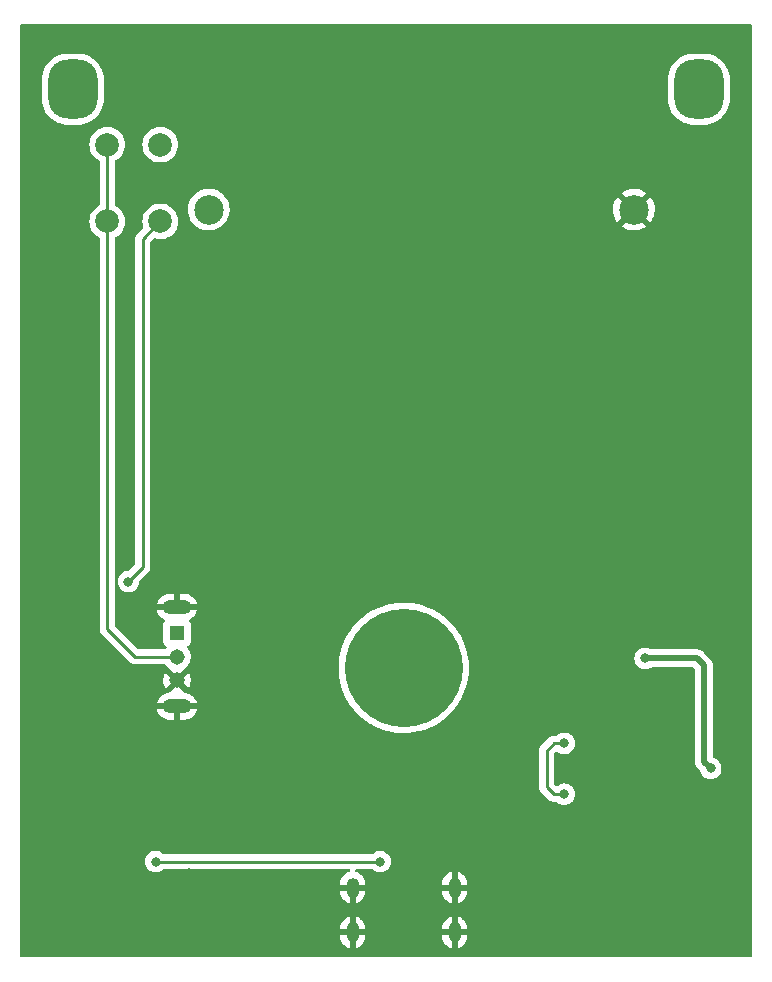
<source format=gbr>
%TF.GenerationSoftware,KiCad,Pcbnew,(6.0.7)*%
%TF.CreationDate,2023-03-26T23:22:16+08:00*%
%TF.ProjectId,sx70battery,73783730-6261-4747-9465-72792e6b6963,rev?*%
%TF.SameCoordinates,Original*%
%TF.FileFunction,Copper,L2,Bot*%
%TF.FilePolarity,Positive*%
%FSLAX46Y46*%
G04 Gerber Fmt 4.6, Leading zero omitted, Abs format (unit mm)*
G04 Created by KiCad (PCBNEW (6.0.7)) date 2023-03-26 23:22:16*
%MOMM*%
%LPD*%
G01*
G04 APERTURE LIST*
G04 Aperture macros list*
%AMRoundRect*
0 Rectangle with rounded corners*
0 $1 Rounding radius*
0 $2 $3 $4 $5 $6 $7 $8 $9 X,Y pos of 4 corners*
0 Add a 4 corners polygon primitive as box body*
4,1,4,$2,$3,$4,$5,$6,$7,$8,$9,$2,$3,0*
0 Add four circle primitives for the rounded corners*
1,1,$1+$1,$2,$3*
1,1,$1+$1,$4,$5*
1,1,$1+$1,$6,$7*
1,1,$1+$1,$8,$9*
0 Add four rect primitives between the rounded corners*
20,1,$1+$1,$2,$3,$4,$5,0*
20,1,$1+$1,$4,$5,$6,$7,0*
20,1,$1+$1,$6,$7,$8,$9,0*
20,1,$1+$1,$8,$9,$2,$3,0*%
G04 Aperture macros list end*
%TA.AperFunction,ComponentPad*%
%ADD10C,2.000000*%
%TD*%
%TA.AperFunction,ComponentPad*%
%ADD11O,1.100000X1.700000*%
%TD*%
%TA.AperFunction,ComponentPad*%
%ADD12RoundRect,1.680000X-0.420000X-0.820000X0.420000X-0.820000X0.420000X0.820000X-0.420000X0.820000X0*%
%TD*%
%TA.AperFunction,ComponentPad*%
%ADD13C,2.500000*%
%TD*%
%TA.AperFunction,ComponentPad*%
%ADD14R,1.308000X1.308000*%
%TD*%
%TA.AperFunction,ComponentPad*%
%ADD15C,1.308000*%
%TD*%
%TA.AperFunction,ComponentPad*%
%ADD16O,2.460000X1.230000*%
%TD*%
%TA.AperFunction,ComponentPad*%
%ADD17C,10.000000*%
%TD*%
%TA.AperFunction,ViaPad*%
%ADD18C,0.800000*%
%TD*%
%TA.AperFunction,Conductor*%
%ADD19C,0.250000*%
%TD*%
%TA.AperFunction,Conductor*%
%ADD20C,0.500000*%
%TD*%
G04 APERTURE END LIST*
D10*
%TO.P,SW1,1,1*%
%TO.N,/BAT+*%
X124900000Y-62200000D03*
X124900000Y-55700000D03*
%TO.P,SW1,2,2*%
%TO.N,Net-(C7-Pad1)*%
X129400000Y-62200000D03*
X129400000Y-55700000D03*
%TD*%
D11*
%TO.P,USB1,1,CASE*%
%TO.N,GND*%
X145680000Y-122400000D03*
X154320000Y-122400000D03*
X145680000Y-118600000D03*
X154320000Y-118600000D03*
%TD*%
D12*
%TO.P,Bolt2,1,BOLT*%
%TO.N,unconnected-(Bolt2-Pad1)*%
X175000000Y-51000000D03*
%TD*%
D13*
%TO.P,Sx70_Pogopin1,1,V+*%
%TO.N,+6V*%
X133500000Y-61200000D03*
%TO.P,Sx70_Pogopin1,2,V-*%
%TO.N,GND*%
X169500000Y-61200000D03*
%TD*%
D14*
%TO.P,S1,1*%
%TO.N,Net-(BAT+1-Pad1)*%
X130810000Y-97060000D03*
D15*
%TO.P,S1,2*%
%TO.N,/BAT+*%
X130810000Y-99060000D03*
%TO.P,S1,3*%
%TO.N,GND*%
X130810000Y-101060000D03*
D16*
%TO.P,S1,S1,SHIELD*%
X130810000Y-94860000D03*
%TO.P,S1,S2,SHIELD*%
X130810000Y-103260000D03*
%TD*%
D17*
%TO.P,Hole1,1,Hol*%
%TO.N,unconnected-(Hole1-Pad1)*%
X150000000Y-100000000D03*
%TD*%
D12*
%TO.P,Bolt1,1,BOLT*%
%TO.N,unconnected-(Bolt1-Pad1)*%
X122000000Y-51000000D03*
%TD*%
D18*
%TO.N,+5V*%
X148000000Y-116400000D03*
X129000000Y-116400000D03*
%TO.N,GND*%
X137160000Y-111125000D03*
X125600000Y-109200000D03*
X131800000Y-117400000D03*
X125300000Y-98950000D03*
X122850000Y-98950000D03*
X165300000Y-104800000D03*
X165300000Y-105700000D03*
X165300000Y-106600000D03*
X165300000Y-110300000D03*
X146900000Y-120600000D03*
X125600000Y-111800000D03*
X153100000Y-120500000D03*
X165300000Y-107600000D03*
X165300000Y-108500000D03*
X131400000Y-107100000D03*
X160600000Y-95350000D03*
%TO.N,Net-(R_OC1-Pad1)*%
X163600000Y-106400000D03*
X163600000Y-110700000D03*
%TO.N,+6V*%
X170450000Y-99200000D03*
X176000000Y-108500000D03*
%TO.N,Net-(C7-Pad1)*%
X126700000Y-92700000D03*
%TD*%
D19*
%TO.N,+5V*%
X129000000Y-116400000D02*
X148000000Y-116400000D01*
%TO.N,/BAT+*%
X127260000Y-99060000D02*
X130810000Y-99060000D01*
X124900000Y-96700000D02*
X127260000Y-99060000D01*
X124900000Y-62200000D02*
X124900000Y-96700000D01*
X124900000Y-55700000D02*
X124900000Y-62200000D01*
%TO.N,Net-(R_OC1-Pad1)*%
X162100000Y-107000000D02*
X162700000Y-106400000D01*
X162100000Y-110100000D02*
X162100000Y-107000000D01*
X162700000Y-110700000D02*
X162100000Y-110100000D01*
X162700000Y-106400000D02*
X163600000Y-106400000D01*
X163600000Y-110700000D02*
X162700000Y-110700000D01*
D20*
%TO.N,+6V*%
X175450000Y-103950000D02*
X175450000Y-107900000D01*
X170450000Y-99200000D02*
X174850000Y-99200000D01*
X175450000Y-107900000D02*
X175450000Y-107950000D01*
X174850000Y-99200000D02*
X175450000Y-99800000D01*
X175450000Y-107950000D02*
X176000000Y-108500000D01*
X175450000Y-99800000D02*
X175450000Y-103950000D01*
D19*
%TO.N,Net-(C7-Pad1)*%
X127900000Y-63700000D02*
X129400000Y-62200000D01*
X126700000Y-92700000D02*
X127900000Y-91500000D01*
X127900000Y-91500000D02*
X127900000Y-63700000D01*
%TD*%
%TA.AperFunction,Conductor*%
%TO.N,GND*%
G36*
X179433621Y-45528502D02*
G01*
X179480114Y-45582158D01*
X179491500Y-45634500D01*
X179491500Y-124365500D01*
X179471498Y-124433621D01*
X179417842Y-124480114D01*
X179365500Y-124491500D01*
X117634500Y-124491500D01*
X117566379Y-124471498D01*
X117519886Y-124417842D01*
X117508500Y-124365500D01*
X117508500Y-122749124D01*
X144622000Y-122749124D01*
X144622301Y-122755272D01*
X144636527Y-122900361D01*
X144638910Y-122912396D01*
X144695317Y-123099223D01*
X144699992Y-123110565D01*
X144791612Y-123282879D01*
X144798399Y-123293095D01*
X144921747Y-123444335D01*
X144930391Y-123453039D01*
X145080763Y-123577438D01*
X145090931Y-123584297D01*
X145262607Y-123677121D01*
X145273907Y-123681871D01*
X145408693Y-123723595D01*
X145422795Y-123723801D01*
X145426000Y-123717045D01*
X145426000Y-123710047D01*
X145934000Y-123710047D01*
X145937973Y-123723578D01*
X145945768Y-123724698D01*
X146072342Y-123687446D01*
X146083710Y-123682853D01*
X146256666Y-123592434D01*
X146266928Y-123585718D01*
X146419020Y-123463432D01*
X146427786Y-123454848D01*
X146553236Y-123305344D01*
X146560160Y-123295233D01*
X146654184Y-123124202D01*
X146659012Y-123112938D01*
X146718025Y-122926905D01*
X146720573Y-122914916D01*
X146737607Y-122763053D01*
X146738000Y-122756029D01*
X146738000Y-122749124D01*
X153262000Y-122749124D01*
X153262301Y-122755272D01*
X153276527Y-122900361D01*
X153278910Y-122912396D01*
X153335317Y-123099223D01*
X153339992Y-123110565D01*
X153431612Y-123282879D01*
X153438399Y-123293095D01*
X153561747Y-123444335D01*
X153570391Y-123453039D01*
X153720763Y-123577438D01*
X153730931Y-123584297D01*
X153902607Y-123677121D01*
X153913907Y-123681871D01*
X154048693Y-123723595D01*
X154062795Y-123723801D01*
X154066000Y-123717045D01*
X154066000Y-123710047D01*
X154574000Y-123710047D01*
X154577973Y-123723578D01*
X154585768Y-123724698D01*
X154712342Y-123687446D01*
X154723710Y-123682853D01*
X154896666Y-123592434D01*
X154906928Y-123585718D01*
X155059020Y-123463432D01*
X155067786Y-123454848D01*
X155193236Y-123305344D01*
X155200160Y-123295233D01*
X155294184Y-123124202D01*
X155299012Y-123112938D01*
X155358025Y-122926905D01*
X155360573Y-122914916D01*
X155377607Y-122763053D01*
X155378000Y-122756029D01*
X155378000Y-122672115D01*
X155373525Y-122656876D01*
X155372135Y-122655671D01*
X155364452Y-122654000D01*
X154592115Y-122654000D01*
X154576876Y-122658475D01*
X154575671Y-122659865D01*
X154574000Y-122667548D01*
X154574000Y-123710047D01*
X154066000Y-123710047D01*
X154066000Y-122672115D01*
X154061525Y-122656876D01*
X154060135Y-122655671D01*
X154052452Y-122654000D01*
X153280115Y-122654000D01*
X153264876Y-122658475D01*
X153263671Y-122659865D01*
X153262000Y-122667548D01*
X153262000Y-122749124D01*
X146738000Y-122749124D01*
X146738000Y-122672115D01*
X146733525Y-122656876D01*
X146732135Y-122655671D01*
X146724452Y-122654000D01*
X145952115Y-122654000D01*
X145936876Y-122658475D01*
X145935671Y-122659865D01*
X145934000Y-122667548D01*
X145934000Y-123710047D01*
X145426000Y-123710047D01*
X145426000Y-122672115D01*
X145421525Y-122656876D01*
X145420135Y-122655671D01*
X145412452Y-122654000D01*
X144640115Y-122654000D01*
X144624876Y-122658475D01*
X144623671Y-122659865D01*
X144622000Y-122667548D01*
X144622000Y-122749124D01*
X117508500Y-122749124D01*
X117508500Y-122127885D01*
X144622000Y-122127885D01*
X144626475Y-122143124D01*
X144627865Y-122144329D01*
X144635548Y-122146000D01*
X145407885Y-122146000D01*
X145423124Y-122141525D01*
X145424329Y-122140135D01*
X145426000Y-122132452D01*
X145426000Y-122127885D01*
X145934000Y-122127885D01*
X145938475Y-122143124D01*
X145939865Y-122144329D01*
X145947548Y-122146000D01*
X146719885Y-122146000D01*
X146735124Y-122141525D01*
X146736329Y-122140135D01*
X146738000Y-122132452D01*
X146738000Y-122127885D01*
X153262000Y-122127885D01*
X153266475Y-122143124D01*
X153267865Y-122144329D01*
X153275548Y-122146000D01*
X154047885Y-122146000D01*
X154063124Y-122141525D01*
X154064329Y-122140135D01*
X154066000Y-122132452D01*
X154066000Y-122127885D01*
X154574000Y-122127885D01*
X154578475Y-122143124D01*
X154579865Y-122144329D01*
X154587548Y-122146000D01*
X155359885Y-122146000D01*
X155375124Y-122141525D01*
X155376329Y-122140135D01*
X155378000Y-122132452D01*
X155378000Y-122050876D01*
X155377699Y-122044728D01*
X155363473Y-121899639D01*
X155361090Y-121887604D01*
X155304683Y-121700777D01*
X155300008Y-121689435D01*
X155208388Y-121517121D01*
X155201601Y-121506905D01*
X155078253Y-121355665D01*
X155069609Y-121346961D01*
X154919237Y-121222562D01*
X154909069Y-121215703D01*
X154737393Y-121122879D01*
X154726093Y-121118129D01*
X154591307Y-121076405D01*
X154577205Y-121076199D01*
X154574000Y-121082955D01*
X154574000Y-122127885D01*
X154066000Y-122127885D01*
X154066000Y-121089953D01*
X154062027Y-121076422D01*
X154054232Y-121075302D01*
X153927658Y-121112554D01*
X153916290Y-121117147D01*
X153743334Y-121207566D01*
X153733072Y-121214282D01*
X153580980Y-121336568D01*
X153572214Y-121345152D01*
X153446764Y-121494656D01*
X153439840Y-121504767D01*
X153345816Y-121675798D01*
X153340988Y-121687062D01*
X153281975Y-121873095D01*
X153279427Y-121885084D01*
X153262393Y-122036947D01*
X153262000Y-122043971D01*
X153262000Y-122127885D01*
X146738000Y-122127885D01*
X146738000Y-122050876D01*
X146737699Y-122044728D01*
X146723473Y-121899639D01*
X146721090Y-121887604D01*
X146664683Y-121700777D01*
X146660008Y-121689435D01*
X146568388Y-121517121D01*
X146561601Y-121506905D01*
X146438253Y-121355665D01*
X146429609Y-121346961D01*
X146279237Y-121222562D01*
X146269069Y-121215703D01*
X146097393Y-121122879D01*
X146086093Y-121118129D01*
X145951307Y-121076405D01*
X145937205Y-121076199D01*
X145934000Y-121082955D01*
X145934000Y-122127885D01*
X145426000Y-122127885D01*
X145426000Y-121089953D01*
X145422027Y-121076422D01*
X145414232Y-121075302D01*
X145287658Y-121112554D01*
X145276290Y-121117147D01*
X145103334Y-121207566D01*
X145093072Y-121214282D01*
X144940980Y-121336568D01*
X144932214Y-121345152D01*
X144806764Y-121494656D01*
X144799840Y-121504767D01*
X144705816Y-121675798D01*
X144700988Y-121687062D01*
X144641975Y-121873095D01*
X144639427Y-121885084D01*
X144622393Y-122036947D01*
X144622000Y-122043971D01*
X144622000Y-122127885D01*
X117508500Y-122127885D01*
X117508500Y-118949124D01*
X144622000Y-118949124D01*
X144622301Y-118955272D01*
X144636527Y-119100361D01*
X144638910Y-119112396D01*
X144695317Y-119299223D01*
X144699992Y-119310565D01*
X144791612Y-119482879D01*
X144798399Y-119493095D01*
X144921747Y-119644335D01*
X144930391Y-119653039D01*
X145080763Y-119777438D01*
X145090931Y-119784297D01*
X145262607Y-119877121D01*
X145273907Y-119881871D01*
X145408693Y-119923595D01*
X145422795Y-119923801D01*
X145426000Y-119917045D01*
X145426000Y-119910047D01*
X145934000Y-119910047D01*
X145937973Y-119923578D01*
X145945768Y-119924698D01*
X146072342Y-119887446D01*
X146083710Y-119882853D01*
X146256666Y-119792434D01*
X146266928Y-119785718D01*
X146419020Y-119663432D01*
X146427786Y-119654848D01*
X146553236Y-119505344D01*
X146560160Y-119495233D01*
X146654184Y-119324202D01*
X146659012Y-119312938D01*
X146718025Y-119126905D01*
X146720573Y-119114916D01*
X146737607Y-118963053D01*
X146738000Y-118956029D01*
X146738000Y-118949124D01*
X153262000Y-118949124D01*
X153262301Y-118955272D01*
X153276527Y-119100361D01*
X153278910Y-119112396D01*
X153335317Y-119299223D01*
X153339992Y-119310565D01*
X153431612Y-119482879D01*
X153438399Y-119493095D01*
X153561747Y-119644335D01*
X153570391Y-119653039D01*
X153720763Y-119777438D01*
X153730931Y-119784297D01*
X153902607Y-119877121D01*
X153913907Y-119881871D01*
X154048693Y-119923595D01*
X154062795Y-119923801D01*
X154066000Y-119917045D01*
X154066000Y-119910047D01*
X154574000Y-119910047D01*
X154577973Y-119923578D01*
X154585768Y-119924698D01*
X154712342Y-119887446D01*
X154723710Y-119882853D01*
X154896666Y-119792434D01*
X154906928Y-119785718D01*
X155059020Y-119663432D01*
X155067786Y-119654848D01*
X155193236Y-119505344D01*
X155200160Y-119495233D01*
X155294184Y-119324202D01*
X155299012Y-119312938D01*
X155358025Y-119126905D01*
X155360573Y-119114916D01*
X155377607Y-118963053D01*
X155378000Y-118956029D01*
X155378000Y-118872115D01*
X155373525Y-118856876D01*
X155372135Y-118855671D01*
X155364452Y-118854000D01*
X154592115Y-118854000D01*
X154576876Y-118858475D01*
X154575671Y-118859865D01*
X154574000Y-118867548D01*
X154574000Y-119910047D01*
X154066000Y-119910047D01*
X154066000Y-118872115D01*
X154061525Y-118856876D01*
X154060135Y-118855671D01*
X154052452Y-118854000D01*
X153280115Y-118854000D01*
X153264876Y-118858475D01*
X153263671Y-118859865D01*
X153262000Y-118867548D01*
X153262000Y-118949124D01*
X146738000Y-118949124D01*
X146738000Y-118872115D01*
X146733525Y-118856876D01*
X146732135Y-118855671D01*
X146724452Y-118854000D01*
X145952115Y-118854000D01*
X145936876Y-118858475D01*
X145935671Y-118859865D01*
X145934000Y-118867548D01*
X145934000Y-119910047D01*
X145426000Y-119910047D01*
X145426000Y-118872115D01*
X145421525Y-118856876D01*
X145420135Y-118855671D01*
X145412452Y-118854000D01*
X144640115Y-118854000D01*
X144624876Y-118858475D01*
X144623671Y-118859865D01*
X144622000Y-118867548D01*
X144622000Y-118949124D01*
X117508500Y-118949124D01*
X117508500Y-116400000D01*
X128086496Y-116400000D01*
X128106458Y-116589928D01*
X128165473Y-116771556D01*
X128260960Y-116936944D01*
X128388747Y-117078866D01*
X128543248Y-117191118D01*
X128549276Y-117193802D01*
X128549278Y-117193803D01*
X128654418Y-117240614D01*
X128717712Y-117268794D01*
X128811113Y-117288647D01*
X128898056Y-117307128D01*
X128898061Y-117307128D01*
X128904513Y-117308500D01*
X129095487Y-117308500D01*
X129101939Y-117307128D01*
X129101944Y-117307128D01*
X129188887Y-117288647D01*
X129282288Y-117268794D01*
X129345582Y-117240614D01*
X129450722Y-117193803D01*
X129450724Y-117193802D01*
X129456752Y-117191118D01*
X129611253Y-117078866D01*
X129615668Y-117073963D01*
X129620580Y-117069540D01*
X129621705Y-117070789D01*
X129675014Y-117037949D01*
X129708200Y-117033500D01*
X145361421Y-117033500D01*
X145429542Y-117053502D01*
X145476035Y-117107158D01*
X145486139Y-117177432D01*
X145456645Y-117242012D01*
X145396996Y-117280374D01*
X145287658Y-117312554D01*
X145276290Y-117317147D01*
X145103334Y-117407566D01*
X145093072Y-117414282D01*
X144940980Y-117536568D01*
X144932214Y-117545152D01*
X144806764Y-117694656D01*
X144799840Y-117704767D01*
X144705816Y-117875798D01*
X144700988Y-117887062D01*
X144641975Y-118073095D01*
X144639427Y-118085084D01*
X144622393Y-118236947D01*
X144622000Y-118243971D01*
X144622000Y-118327885D01*
X144626475Y-118343124D01*
X144627865Y-118344329D01*
X144635548Y-118346000D01*
X146719885Y-118346000D01*
X146735124Y-118341525D01*
X146736329Y-118340135D01*
X146738000Y-118332452D01*
X146738000Y-118327885D01*
X153262000Y-118327885D01*
X153266475Y-118343124D01*
X153267865Y-118344329D01*
X153275548Y-118346000D01*
X154047885Y-118346000D01*
X154063124Y-118341525D01*
X154064329Y-118340135D01*
X154066000Y-118332452D01*
X154066000Y-118327885D01*
X154574000Y-118327885D01*
X154578475Y-118343124D01*
X154579865Y-118344329D01*
X154587548Y-118346000D01*
X155359885Y-118346000D01*
X155375124Y-118341525D01*
X155376329Y-118340135D01*
X155378000Y-118332452D01*
X155378000Y-118250876D01*
X155377699Y-118244728D01*
X155363473Y-118099639D01*
X155361090Y-118087604D01*
X155304683Y-117900777D01*
X155300008Y-117889435D01*
X155208388Y-117717121D01*
X155201601Y-117706905D01*
X155078253Y-117555665D01*
X155069609Y-117546961D01*
X154919237Y-117422562D01*
X154909069Y-117415703D01*
X154737393Y-117322879D01*
X154726093Y-117318129D01*
X154591307Y-117276405D01*
X154577205Y-117276199D01*
X154574000Y-117282955D01*
X154574000Y-118327885D01*
X154066000Y-118327885D01*
X154066000Y-117289953D01*
X154062027Y-117276422D01*
X154054232Y-117275302D01*
X153927658Y-117312554D01*
X153916290Y-117317147D01*
X153743334Y-117407566D01*
X153733072Y-117414282D01*
X153580980Y-117536568D01*
X153572214Y-117545152D01*
X153446764Y-117694656D01*
X153439840Y-117704767D01*
X153345816Y-117875798D01*
X153340988Y-117887062D01*
X153281975Y-118073095D01*
X153279427Y-118085084D01*
X153262393Y-118236947D01*
X153262000Y-118243971D01*
X153262000Y-118327885D01*
X146738000Y-118327885D01*
X146738000Y-118250876D01*
X146737699Y-118244728D01*
X146723473Y-118099639D01*
X146721090Y-118087604D01*
X146664683Y-117900777D01*
X146660008Y-117889435D01*
X146568388Y-117717121D01*
X146561601Y-117706905D01*
X146438253Y-117555665D01*
X146429609Y-117546961D01*
X146279237Y-117422562D01*
X146269069Y-117415703D01*
X146097395Y-117322881D01*
X146086088Y-117318128D01*
X145962482Y-117279865D01*
X145903322Y-117240614D01*
X145874775Y-117175609D01*
X145885904Y-117105490D01*
X145933175Y-117052519D01*
X145999741Y-117033500D01*
X147291800Y-117033500D01*
X147359921Y-117053502D01*
X147379147Y-117069843D01*
X147379420Y-117069540D01*
X147384332Y-117073963D01*
X147388747Y-117078866D01*
X147543248Y-117191118D01*
X147549276Y-117193802D01*
X147549278Y-117193803D01*
X147654418Y-117240614D01*
X147717712Y-117268794D01*
X147811113Y-117288647D01*
X147898056Y-117307128D01*
X147898061Y-117307128D01*
X147904513Y-117308500D01*
X148095487Y-117308500D01*
X148101939Y-117307128D01*
X148101944Y-117307128D01*
X148188887Y-117288647D01*
X148282288Y-117268794D01*
X148345582Y-117240614D01*
X148450722Y-117193803D01*
X148450724Y-117193802D01*
X148456752Y-117191118D01*
X148611253Y-117078866D01*
X148739040Y-116936944D01*
X148834527Y-116771556D01*
X148893542Y-116589928D01*
X148913504Y-116400000D01*
X148893542Y-116210072D01*
X148834527Y-116028444D01*
X148739040Y-115863056D01*
X148611253Y-115721134D01*
X148456752Y-115608882D01*
X148450724Y-115606198D01*
X148450722Y-115606197D01*
X148288319Y-115533891D01*
X148288318Y-115533891D01*
X148282288Y-115531206D01*
X148188887Y-115511353D01*
X148101944Y-115492872D01*
X148101939Y-115492872D01*
X148095487Y-115491500D01*
X147904513Y-115491500D01*
X147898061Y-115492872D01*
X147898056Y-115492872D01*
X147811113Y-115511353D01*
X147717712Y-115531206D01*
X147711682Y-115533891D01*
X147711681Y-115533891D01*
X147549278Y-115606197D01*
X147549276Y-115606198D01*
X147543248Y-115608882D01*
X147388747Y-115721134D01*
X147384332Y-115726037D01*
X147379420Y-115730460D01*
X147378295Y-115729211D01*
X147324986Y-115762051D01*
X147291800Y-115766500D01*
X129708200Y-115766500D01*
X129640079Y-115746498D01*
X129620853Y-115730157D01*
X129620580Y-115730460D01*
X129615668Y-115726037D01*
X129611253Y-115721134D01*
X129456752Y-115608882D01*
X129450724Y-115606198D01*
X129450722Y-115606197D01*
X129288319Y-115533891D01*
X129288318Y-115533891D01*
X129282288Y-115531206D01*
X129188887Y-115511353D01*
X129101944Y-115492872D01*
X129101939Y-115492872D01*
X129095487Y-115491500D01*
X128904513Y-115491500D01*
X128898061Y-115492872D01*
X128898056Y-115492872D01*
X128811113Y-115511353D01*
X128717712Y-115531206D01*
X128711682Y-115533891D01*
X128711681Y-115533891D01*
X128549278Y-115606197D01*
X128549276Y-115606198D01*
X128543248Y-115608882D01*
X128388747Y-115721134D01*
X128260960Y-115863056D01*
X128165473Y-116028444D01*
X128106458Y-116210072D01*
X128086496Y-116400000D01*
X117508500Y-116400000D01*
X117508500Y-106979943D01*
X161461780Y-106979943D01*
X161462526Y-106987835D01*
X161465941Y-107023961D01*
X161466500Y-107035819D01*
X161466500Y-110021233D01*
X161465973Y-110032416D01*
X161464298Y-110039909D01*
X161464547Y-110047835D01*
X161464547Y-110047836D01*
X161466438Y-110107986D01*
X161466500Y-110111945D01*
X161466500Y-110139856D01*
X161466997Y-110143790D01*
X161466997Y-110143791D01*
X161467005Y-110143856D01*
X161467938Y-110155693D01*
X161469327Y-110199889D01*
X161474978Y-110219339D01*
X161478987Y-110238700D01*
X161481526Y-110258797D01*
X161484445Y-110266168D01*
X161484445Y-110266170D01*
X161497804Y-110299912D01*
X161501649Y-110311142D01*
X161511771Y-110345983D01*
X161513982Y-110353593D01*
X161518015Y-110360412D01*
X161518017Y-110360417D01*
X161524293Y-110371028D01*
X161532988Y-110388776D01*
X161540448Y-110407617D01*
X161545110Y-110414033D01*
X161545110Y-110414034D01*
X161566436Y-110443387D01*
X161572952Y-110453307D01*
X161595458Y-110491362D01*
X161609779Y-110505683D01*
X161622619Y-110520716D01*
X161634528Y-110537107D01*
X161640634Y-110542158D01*
X161668605Y-110565298D01*
X161677384Y-110573288D01*
X162196343Y-111092247D01*
X162203887Y-111100537D01*
X162208000Y-111107018D01*
X162213777Y-111112443D01*
X162257667Y-111153658D01*
X162260509Y-111156413D01*
X162280230Y-111176134D01*
X162283425Y-111178612D01*
X162292447Y-111186318D01*
X162324679Y-111216586D01*
X162331628Y-111220406D01*
X162342432Y-111226346D01*
X162358956Y-111237199D01*
X162374959Y-111249613D01*
X162415543Y-111267176D01*
X162426173Y-111272383D01*
X162464940Y-111293695D01*
X162472617Y-111295666D01*
X162472622Y-111295668D01*
X162484558Y-111298732D01*
X162503266Y-111305137D01*
X162521855Y-111313181D01*
X162529683Y-111314421D01*
X162529690Y-111314423D01*
X162565524Y-111320099D01*
X162577144Y-111322505D01*
X162612289Y-111331528D01*
X162619970Y-111333500D01*
X162640224Y-111333500D01*
X162659934Y-111335051D01*
X162679943Y-111338220D01*
X162687835Y-111337474D01*
X162723961Y-111334059D01*
X162735819Y-111333500D01*
X162891800Y-111333500D01*
X162959921Y-111353502D01*
X162979147Y-111369843D01*
X162979420Y-111369540D01*
X162984332Y-111373963D01*
X162988747Y-111378866D01*
X163143248Y-111491118D01*
X163149276Y-111493802D01*
X163149278Y-111493803D01*
X163311681Y-111566109D01*
X163317712Y-111568794D01*
X163411113Y-111588647D01*
X163498056Y-111607128D01*
X163498061Y-111607128D01*
X163504513Y-111608500D01*
X163695487Y-111608500D01*
X163701939Y-111607128D01*
X163701944Y-111607128D01*
X163788887Y-111588647D01*
X163882288Y-111568794D01*
X163888319Y-111566109D01*
X164050722Y-111493803D01*
X164050724Y-111493802D01*
X164056752Y-111491118D01*
X164211253Y-111378866D01*
X164247851Y-111338220D01*
X164334621Y-111241852D01*
X164334622Y-111241851D01*
X164339040Y-111236944D01*
X164414053Y-111107018D01*
X164431223Y-111077279D01*
X164431224Y-111077278D01*
X164434527Y-111071556D01*
X164493542Y-110889928D01*
X164513504Y-110700000D01*
X164499744Y-110569077D01*
X164494232Y-110516635D01*
X164494232Y-110516633D01*
X164493542Y-110510072D01*
X164434527Y-110328444D01*
X164421241Y-110305431D01*
X164364698Y-110207497D01*
X164339040Y-110163056D01*
X164314582Y-110135892D01*
X164215675Y-110026045D01*
X164215674Y-110026044D01*
X164211253Y-110021134D01*
X164056752Y-109908882D01*
X164050724Y-109906198D01*
X164050722Y-109906197D01*
X163888319Y-109833891D01*
X163888318Y-109833891D01*
X163882288Y-109831206D01*
X163788887Y-109811353D01*
X163701944Y-109792872D01*
X163701939Y-109792872D01*
X163695487Y-109791500D01*
X163504513Y-109791500D01*
X163498061Y-109792872D01*
X163498056Y-109792872D01*
X163411112Y-109811353D01*
X163317712Y-109831206D01*
X163311682Y-109833891D01*
X163311681Y-109833891D01*
X163149278Y-109906197D01*
X163149276Y-109906198D01*
X163143248Y-109908882D01*
X163137907Y-109912762D01*
X163137906Y-109912763D01*
X163034275Y-109988055D01*
X162967407Y-110011914D01*
X162898255Y-109995833D01*
X162871119Y-109975214D01*
X162770405Y-109874500D01*
X162736379Y-109812188D01*
X162733500Y-109785405D01*
X162733500Y-107314594D01*
X162753502Y-107246473D01*
X162770405Y-107225499D01*
X162871119Y-107124785D01*
X162933431Y-107090759D01*
X163004246Y-107095824D01*
X163034274Y-107111944D01*
X163143248Y-107191118D01*
X163149276Y-107193802D01*
X163149278Y-107193803D01*
X163311681Y-107266109D01*
X163317712Y-107268794D01*
X163411113Y-107288647D01*
X163498056Y-107307128D01*
X163498061Y-107307128D01*
X163504513Y-107308500D01*
X163695487Y-107308500D01*
X163701939Y-107307128D01*
X163701944Y-107307128D01*
X163788887Y-107288647D01*
X163882288Y-107268794D01*
X163888319Y-107266109D01*
X164050722Y-107193803D01*
X164050724Y-107193802D01*
X164056752Y-107191118D01*
X164211253Y-107078866D01*
X164318339Y-106959935D01*
X164334621Y-106941852D01*
X164334622Y-106941851D01*
X164339040Y-106936944D01*
X164434527Y-106771556D01*
X164493542Y-106589928D01*
X164496785Y-106559079D01*
X164512814Y-106406565D01*
X164513504Y-106400000D01*
X164493542Y-106210072D01*
X164434527Y-106028444D01*
X164339040Y-105863056D01*
X164322882Y-105845110D01*
X164215675Y-105726045D01*
X164215674Y-105726044D01*
X164211253Y-105721134D01*
X164056752Y-105608882D01*
X164050724Y-105606198D01*
X164050722Y-105606197D01*
X163888319Y-105533891D01*
X163888318Y-105533891D01*
X163882288Y-105531206D01*
X163788887Y-105511353D01*
X163701944Y-105492872D01*
X163701939Y-105492872D01*
X163695487Y-105491500D01*
X163504513Y-105491500D01*
X163498061Y-105492872D01*
X163498056Y-105492872D01*
X163411113Y-105511353D01*
X163317712Y-105531206D01*
X163311682Y-105533891D01*
X163311681Y-105533891D01*
X163149278Y-105606197D01*
X163149276Y-105606198D01*
X163143248Y-105608882D01*
X162988747Y-105721134D01*
X162984332Y-105726037D01*
X162979420Y-105730460D01*
X162978295Y-105729211D01*
X162924986Y-105762051D01*
X162891800Y-105766500D01*
X162778767Y-105766500D01*
X162767584Y-105765973D01*
X162760091Y-105764298D01*
X162752165Y-105764547D01*
X162752164Y-105764547D01*
X162692014Y-105766438D01*
X162688055Y-105766500D01*
X162660144Y-105766500D01*
X162656210Y-105766997D01*
X162656209Y-105766997D01*
X162656144Y-105767005D01*
X162644307Y-105767938D01*
X162612490Y-105768938D01*
X162608029Y-105769078D01*
X162600110Y-105769327D01*
X162582454Y-105774456D01*
X162580658Y-105774978D01*
X162561306Y-105778986D01*
X162554235Y-105779880D01*
X162541203Y-105781526D01*
X162533834Y-105784443D01*
X162533832Y-105784444D01*
X162500097Y-105797800D01*
X162488869Y-105801645D01*
X162446407Y-105813982D01*
X162439584Y-105818017D01*
X162439582Y-105818018D01*
X162428972Y-105824293D01*
X162411224Y-105832988D01*
X162392383Y-105840448D01*
X162385967Y-105845110D01*
X162385966Y-105845110D01*
X162356613Y-105866436D01*
X162346693Y-105872952D01*
X162315465Y-105891420D01*
X162315462Y-105891422D01*
X162308638Y-105895458D01*
X162294317Y-105909779D01*
X162279284Y-105922619D01*
X162262893Y-105934528D01*
X162236516Y-105966413D01*
X162234712Y-105968593D01*
X162226722Y-105977374D01*
X161707742Y-106496353D01*
X161699463Y-106503887D01*
X161692982Y-106508000D01*
X161646357Y-106557651D01*
X161643602Y-106560493D01*
X161623865Y-106580230D01*
X161621385Y-106583427D01*
X161613682Y-106592447D01*
X161583414Y-106624679D01*
X161579595Y-106631625D01*
X161579593Y-106631628D01*
X161573652Y-106642434D01*
X161562801Y-106658953D01*
X161550386Y-106674959D01*
X161547241Y-106682228D01*
X161547238Y-106682232D01*
X161532826Y-106715537D01*
X161527609Y-106726187D01*
X161506305Y-106764940D01*
X161504334Y-106772615D01*
X161504334Y-106772616D01*
X161501267Y-106784562D01*
X161494863Y-106803266D01*
X161486819Y-106821855D01*
X161485580Y-106829678D01*
X161485577Y-106829688D01*
X161479901Y-106865524D01*
X161477495Y-106877144D01*
X161466500Y-106919970D01*
X161466500Y-106940224D01*
X161464949Y-106959934D01*
X161461780Y-106979943D01*
X117508500Y-106979943D01*
X117508500Y-103527398D01*
X129104282Y-103527398D01*
X129126947Y-103621443D01*
X129130836Y-103632738D01*
X129214567Y-103816893D01*
X129220514Y-103827235D01*
X129337562Y-103992243D01*
X129345355Y-104001272D01*
X129491489Y-104141165D01*
X129500864Y-104148569D01*
X129670804Y-104258297D01*
X129681412Y-104263796D01*
X129869031Y-104339408D01*
X129880490Y-104342802D01*
X130080470Y-104381856D01*
X130089332Y-104382932D01*
X130092111Y-104383000D01*
X130537885Y-104383000D01*
X130553124Y-104378525D01*
X130554329Y-104377135D01*
X130556000Y-104369452D01*
X130556000Y-104364885D01*
X131064000Y-104364885D01*
X131068475Y-104380124D01*
X131069865Y-104381329D01*
X131077548Y-104383000D01*
X131475544Y-104383000D01*
X131481520Y-104382715D01*
X131632343Y-104368325D01*
X131644077Y-104366066D01*
X131838195Y-104309118D01*
X131849271Y-104304688D01*
X132029118Y-104212061D01*
X132039164Y-104205611D01*
X132198248Y-104080650D01*
X132206897Y-104072413D01*
X132339478Y-103919627D01*
X132346414Y-103909903D01*
X132447711Y-103734806D01*
X132452685Y-103723942D01*
X132519048Y-103532836D01*
X132519934Y-103529199D01*
X132518336Y-103517993D01*
X132504767Y-103514000D01*
X131082115Y-103514000D01*
X131066876Y-103518475D01*
X131065671Y-103519865D01*
X131064000Y-103527548D01*
X131064000Y-104364885D01*
X130556000Y-104364885D01*
X130556000Y-103532115D01*
X130551525Y-103516876D01*
X130550135Y-103515671D01*
X130542452Y-103514000D01*
X129119168Y-103514000D01*
X129105637Y-103517973D01*
X129104282Y-103527398D01*
X117508500Y-103527398D01*
X117508500Y-102990801D01*
X129100066Y-102990801D01*
X129101664Y-103002007D01*
X129115233Y-103006000D01*
X132500832Y-103006000D01*
X132514363Y-103002027D01*
X132515718Y-102992602D01*
X132493053Y-102898557D01*
X132489164Y-102887262D01*
X132405433Y-102703107D01*
X132399486Y-102692765D01*
X132282438Y-102527757D01*
X132274645Y-102518728D01*
X132128511Y-102378835D01*
X132119136Y-102371431D01*
X131949196Y-102261703D01*
X131938588Y-102256204D01*
X131750969Y-102180592D01*
X131739510Y-102177198D01*
X131539534Y-102138145D01*
X131536305Y-102137753D01*
X131535290Y-102137316D01*
X131535084Y-102137276D01*
X131535093Y-102137231D01*
X131471092Y-102109687D01*
X131433914Y-102057965D01*
X131424615Y-102033825D01*
X130822812Y-101432022D01*
X130808868Y-101424408D01*
X130807035Y-101424539D01*
X130800420Y-101428790D01*
X130200328Y-102028882D01*
X130176355Y-102072784D01*
X130175189Y-102078144D01*
X130124988Y-102128348D01*
X130076566Y-102143192D01*
X129987657Y-102151675D01*
X129975923Y-102153934D01*
X129781805Y-102210882D01*
X129770729Y-102215312D01*
X129590882Y-102307939D01*
X129580836Y-102314389D01*
X129421752Y-102439350D01*
X129413103Y-102447587D01*
X129280522Y-102600373D01*
X129273586Y-102610097D01*
X129172289Y-102785194D01*
X129167315Y-102796058D01*
X129100952Y-102987164D01*
X129100066Y-102990801D01*
X117508500Y-102990801D01*
X117508500Y-101035218D01*
X129643800Y-101035218D01*
X129657011Y-101236789D01*
X129658811Y-101248156D01*
X129708537Y-101443950D01*
X129712375Y-101454788D01*
X129796950Y-101638246D01*
X129802698Y-101648202D01*
X129817042Y-101668499D01*
X129827630Y-101676887D01*
X129840931Y-101669859D01*
X130437978Y-101072812D01*
X130444356Y-101061132D01*
X131174408Y-101061132D01*
X131174539Y-101062965D01*
X131178790Y-101069580D01*
X131779910Y-101670700D01*
X131792290Y-101677460D01*
X131798870Y-101672534D01*
X131873267Y-101539688D01*
X131877943Y-101529185D01*
X131942878Y-101337894D01*
X131945563Y-101326712D01*
X131974846Y-101124749D01*
X131975476Y-101117366D01*
X131976881Y-101063704D01*
X131976638Y-101056305D01*
X131957966Y-100853092D01*
X131955868Y-100841771D01*
X131901038Y-100647357D01*
X131896913Y-100636610D01*
X131807567Y-100455438D01*
X131803663Y-100449066D01*
X131793453Y-100441404D01*
X131781033Y-100448177D01*
X131182022Y-101047188D01*
X131174408Y-101061132D01*
X130444356Y-101061132D01*
X130445592Y-101058868D01*
X130445461Y-101057035D01*
X130441210Y-101050420D01*
X129838558Y-100447768D01*
X129826178Y-100441008D01*
X129820212Y-100445474D01*
X129734546Y-100608298D01*
X129730138Y-100618941D01*
X129670235Y-100811857D01*
X129667845Y-100823101D01*
X129644101Y-101023717D01*
X129643800Y-101035218D01*
X117508500Y-101035218D01*
X117508500Y-62200000D01*
X123386835Y-62200000D01*
X123405465Y-62436711D01*
X123406619Y-62441518D01*
X123406620Y-62441524D01*
X123430484Y-62540923D01*
X123460895Y-62667594D01*
X123462788Y-62672165D01*
X123462789Y-62672167D01*
X123523492Y-62818717D01*
X123551760Y-62886963D01*
X123554346Y-62891183D01*
X123673241Y-63085202D01*
X123673245Y-63085208D01*
X123675824Y-63089416D01*
X123830031Y-63269969D01*
X124010584Y-63424176D01*
X124014792Y-63426755D01*
X124014798Y-63426759D01*
X124206335Y-63544133D01*
X124253966Y-63596781D01*
X124266500Y-63651566D01*
X124266500Y-96621233D01*
X124265973Y-96632416D01*
X124264298Y-96639909D01*
X124264547Y-96647835D01*
X124264547Y-96647836D01*
X124266438Y-96707986D01*
X124266500Y-96711945D01*
X124266500Y-96739856D01*
X124266997Y-96743790D01*
X124266997Y-96743791D01*
X124267005Y-96743856D01*
X124267938Y-96755693D01*
X124269327Y-96799889D01*
X124274978Y-96819339D01*
X124278987Y-96838700D01*
X124281526Y-96858797D01*
X124284445Y-96866168D01*
X124284445Y-96866170D01*
X124297804Y-96899912D01*
X124301649Y-96911142D01*
X124313982Y-96953593D01*
X124318015Y-96960412D01*
X124318017Y-96960417D01*
X124324293Y-96971028D01*
X124332988Y-96988776D01*
X124340448Y-97007617D01*
X124345110Y-97014033D01*
X124345110Y-97014034D01*
X124366436Y-97043387D01*
X124372952Y-97053307D01*
X124395458Y-97091362D01*
X124409779Y-97105683D01*
X124422619Y-97120716D01*
X124434528Y-97137107D01*
X124468605Y-97165298D01*
X124477384Y-97173288D01*
X126756348Y-99452253D01*
X126763888Y-99460539D01*
X126768000Y-99467018D01*
X126773777Y-99472443D01*
X126817651Y-99513643D01*
X126820493Y-99516398D01*
X126840230Y-99536135D01*
X126843427Y-99538615D01*
X126852447Y-99546318D01*
X126884679Y-99576586D01*
X126891625Y-99580405D01*
X126891628Y-99580407D01*
X126902434Y-99586348D01*
X126918953Y-99597199D01*
X126934959Y-99609614D01*
X126942228Y-99612759D01*
X126942232Y-99612762D01*
X126975537Y-99627174D01*
X126986187Y-99632391D01*
X127024940Y-99653695D01*
X127040387Y-99657661D01*
X127044562Y-99658733D01*
X127063267Y-99665137D01*
X127081855Y-99673181D01*
X127089678Y-99674420D01*
X127089688Y-99674423D01*
X127125524Y-99680099D01*
X127137144Y-99682505D01*
X127172289Y-99691528D01*
X127179970Y-99693500D01*
X127200224Y-99693500D01*
X127219934Y-99695051D01*
X127239943Y-99698220D01*
X127247835Y-99697474D01*
X127283961Y-99694059D01*
X127295819Y-99693500D01*
X129768857Y-99693500D01*
X129836978Y-99713502D01*
X129871754Y-99746780D01*
X129885689Y-99766497D01*
X129922241Y-99818218D01*
X130075281Y-99967302D01*
X130080084Y-99970512D01*
X130080085Y-99970512D01*
X130142655Y-100012320D01*
X130189004Y-100068727D01*
X130196875Y-100087665D01*
X130797188Y-100687978D01*
X130811132Y-100695592D01*
X130812965Y-100695461D01*
X130819580Y-100691210D01*
X131279910Y-100230880D01*
X144491368Y-100230880D01*
X144530007Y-100691021D01*
X144530449Y-100693634D01*
X144603368Y-101124749D01*
X144607015Y-101146314D01*
X144721850Y-101593568D01*
X144873707Y-102029643D01*
X145061522Y-102451482D01*
X145283977Y-102856125D01*
X145285429Y-102858311D01*
X145285433Y-102858317D01*
X145414939Y-103053239D01*
X145539511Y-103240735D01*
X145683601Y-103422532D01*
X145759247Y-103517973D01*
X145826332Y-103602614D01*
X145828145Y-103604544D01*
X145828147Y-103604547D01*
X146124028Y-103919627D01*
X146142429Y-103939222D01*
X146485583Y-104248200D01*
X146853389Y-104527380D01*
X146855620Y-104528796D01*
X146855626Y-104528800D01*
X147177538Y-104733091D01*
X147243266Y-104774803D01*
X147245593Y-104776019D01*
X147245599Y-104776023D01*
X147650142Y-104987513D01*
X147650147Y-104987515D01*
X147652480Y-104988735D01*
X148078159Y-105167674D01*
X148080667Y-105168489D01*
X148080670Y-105168490D01*
X148514804Y-105309549D01*
X148514808Y-105309550D01*
X148517319Y-105310366D01*
X148838502Y-105385699D01*
X148964303Y-105415205D01*
X148964307Y-105415206D01*
X148966879Y-105415809D01*
X148969496Y-105416196D01*
X148969499Y-105416196D01*
X149421064Y-105482878D01*
X149421068Y-105482878D01*
X149423686Y-105483265D01*
X149884535Y-105512259D01*
X149887167Y-105512204D01*
X149887174Y-105512204D01*
X150063193Y-105508516D01*
X150346194Y-105502588D01*
X150805424Y-105454321D01*
X151259005Y-105367796D01*
X151261534Y-105367090D01*
X151261542Y-105367088D01*
X151701221Y-105244328D01*
X151701232Y-105244324D01*
X151703755Y-105243620D01*
X151979857Y-105140938D01*
X152134082Y-105083583D01*
X152134088Y-105083580D01*
X152136555Y-105082663D01*
X152554368Y-104886055D01*
X152954264Y-104655175D01*
X153333438Y-104391642D01*
X153689230Y-104097305D01*
X154019145Y-103774229D01*
X154320869Y-103424678D01*
X154592285Y-103051107D01*
X154628808Y-102990801D01*
X154711763Y-102853825D01*
X154831489Y-102656133D01*
X154854342Y-102610097D01*
X155035630Y-102244894D01*
X155036804Y-102242529D01*
X155206789Y-101813196D01*
X155340252Y-101371144D01*
X155349697Y-101326712D01*
X155435711Y-100922047D01*
X155436258Y-100919474D01*
X155494131Y-100461355D01*
X155494701Y-100447768D01*
X155513357Y-100002648D01*
X155513468Y-100000000D01*
X155498953Y-99653695D01*
X155494242Y-99541291D01*
X155494242Y-99541289D01*
X155494131Y-99538645D01*
X155451351Y-99200000D01*
X169536496Y-99200000D01*
X169556458Y-99389928D01*
X169615473Y-99571556D01*
X169710960Y-99736944D01*
X169715378Y-99741851D01*
X169715379Y-99741852D01*
X169739715Y-99768880D01*
X169838747Y-99878866D01*
X169853004Y-99889224D01*
X169987904Y-99987235D01*
X169993248Y-99991118D01*
X169999276Y-99993802D01*
X169999278Y-99993803D01*
X170063614Y-100022447D01*
X170167712Y-100068794D01*
X170248664Y-100086001D01*
X170348056Y-100107128D01*
X170348061Y-100107128D01*
X170354513Y-100108500D01*
X170545487Y-100108500D01*
X170551939Y-100107128D01*
X170551944Y-100107128D01*
X170651336Y-100086001D01*
X170732288Y-100068794D01*
X170836386Y-100022447D01*
X170900722Y-99993803D01*
X170900724Y-99993802D01*
X170906752Y-99991118D01*
X170912091Y-99987239D01*
X170912098Y-99987235D01*
X170918528Y-99982563D01*
X170992587Y-99958500D01*
X174483629Y-99958500D01*
X174551750Y-99978502D01*
X174572724Y-99995405D01*
X174654595Y-100077276D01*
X174688621Y-100139588D01*
X174691500Y-100166371D01*
X174691500Y-107882930D01*
X174690067Y-107901880D01*
X174686801Y-107923349D01*
X174687394Y-107930641D01*
X174687394Y-107930644D01*
X174691085Y-107976018D01*
X174691500Y-107986233D01*
X174691500Y-107994293D01*
X174691925Y-107997937D01*
X174694789Y-108022507D01*
X174695222Y-108026882D01*
X174701140Y-108099637D01*
X174703396Y-108106601D01*
X174704587Y-108112560D01*
X174705971Y-108118415D01*
X174706818Y-108125681D01*
X174731735Y-108194327D01*
X174733152Y-108198455D01*
X174755649Y-108267899D01*
X174759445Y-108274154D01*
X174761951Y-108279628D01*
X174764670Y-108285058D01*
X174767167Y-108291937D01*
X174771180Y-108298057D01*
X174771180Y-108298058D01*
X174807186Y-108352976D01*
X174809523Y-108356680D01*
X174847405Y-108419107D01*
X174851121Y-108423315D01*
X174851122Y-108423316D01*
X174854803Y-108427484D01*
X174854776Y-108427508D01*
X174857429Y-108430500D01*
X174860132Y-108433733D01*
X174864144Y-108439852D01*
X174869456Y-108444884D01*
X174920383Y-108493128D01*
X174922825Y-108495506D01*
X175079875Y-108652556D01*
X175110613Y-108702714D01*
X175165473Y-108871556D01*
X175260960Y-109036944D01*
X175388747Y-109178866D01*
X175543248Y-109291118D01*
X175549276Y-109293802D01*
X175549278Y-109293803D01*
X175711681Y-109366109D01*
X175717712Y-109368794D01*
X175811113Y-109388647D01*
X175898056Y-109407128D01*
X175898061Y-109407128D01*
X175904513Y-109408500D01*
X176095487Y-109408500D01*
X176101939Y-109407128D01*
X176101944Y-109407128D01*
X176188888Y-109388647D01*
X176282288Y-109368794D01*
X176288319Y-109366109D01*
X176450722Y-109293803D01*
X176450724Y-109293802D01*
X176456752Y-109291118D01*
X176611253Y-109178866D01*
X176739040Y-109036944D01*
X176834527Y-108871556D01*
X176893542Y-108689928D01*
X176913504Y-108500000D01*
X176898244Y-108354812D01*
X176894232Y-108316635D01*
X176894232Y-108316633D01*
X176893542Y-108310072D01*
X176834527Y-108128444D01*
X176825357Y-108112560D01*
X176773364Y-108022507D01*
X176739040Y-107963056D01*
X176611253Y-107821134D01*
X176456752Y-107708882D01*
X176450726Y-107706199D01*
X176450719Y-107706195D01*
X176283252Y-107631635D01*
X176229156Y-107585655D01*
X176208500Y-107516528D01*
X176208500Y-99867069D01*
X176209933Y-99848118D01*
X176212099Y-99833883D01*
X176212099Y-99833881D01*
X176213199Y-99826651D01*
X176208915Y-99773982D01*
X176208500Y-99763767D01*
X176208500Y-99755707D01*
X176205211Y-99727493D01*
X176204778Y-99723118D01*
X176199454Y-99657661D01*
X176199453Y-99657658D01*
X176198860Y-99650363D01*
X176196604Y-99643399D01*
X176195413Y-99637440D01*
X176194029Y-99631585D01*
X176193182Y-99624319D01*
X176168265Y-99555673D01*
X176166848Y-99551545D01*
X176146607Y-99489064D01*
X176146606Y-99489062D01*
X176144351Y-99482101D01*
X176140555Y-99475846D01*
X176138049Y-99470372D01*
X176135330Y-99464942D01*
X176132833Y-99458063D01*
X176092814Y-99397024D01*
X176090467Y-99393305D01*
X176088418Y-99389928D01*
X176052595Y-99330893D01*
X176045197Y-99322516D01*
X176045224Y-99322492D01*
X176042571Y-99319500D01*
X176039868Y-99316267D01*
X176035856Y-99310148D01*
X175979617Y-99256872D01*
X175977175Y-99254494D01*
X175433770Y-98711089D01*
X175421384Y-98696677D01*
X175412851Y-98685082D01*
X175412846Y-98685077D01*
X175408508Y-98679182D01*
X175402930Y-98674443D01*
X175402927Y-98674440D01*
X175368232Y-98644965D01*
X175360716Y-98638035D01*
X175355021Y-98632340D01*
X175347432Y-98626336D01*
X175332749Y-98614719D01*
X175329345Y-98611928D01*
X175279297Y-98569409D01*
X175279295Y-98569408D01*
X175273715Y-98564667D01*
X175267199Y-98561339D01*
X175262150Y-98557972D01*
X175257021Y-98554805D01*
X175251284Y-98550266D01*
X175185125Y-98519345D01*
X175181225Y-98517439D01*
X175180857Y-98517251D01*
X175116192Y-98484231D01*
X175109084Y-98482492D01*
X175103441Y-98480393D01*
X175097678Y-98478476D01*
X175091050Y-98475378D01*
X175019583Y-98460513D01*
X175015299Y-98459543D01*
X174997444Y-98455174D01*
X174944390Y-98442192D01*
X174938788Y-98441844D01*
X174938785Y-98441844D01*
X174933236Y-98441500D01*
X174933238Y-98441464D01*
X174929245Y-98441225D01*
X174925053Y-98440851D01*
X174917885Y-98439360D01*
X174851675Y-98441151D01*
X174840479Y-98441454D01*
X174837072Y-98441500D01*
X170992587Y-98441500D01*
X170918528Y-98417437D01*
X170912098Y-98412765D01*
X170912091Y-98412761D01*
X170906752Y-98408882D01*
X170900724Y-98406198D01*
X170900722Y-98406197D01*
X170738319Y-98333891D01*
X170738318Y-98333891D01*
X170732288Y-98331206D01*
X170638887Y-98311353D01*
X170551944Y-98292872D01*
X170551939Y-98292872D01*
X170545487Y-98291500D01*
X170354513Y-98291500D01*
X170348061Y-98292872D01*
X170348056Y-98292872D01*
X170261113Y-98311353D01*
X170167712Y-98331206D01*
X170161682Y-98333891D01*
X170161681Y-98333891D01*
X169999278Y-98406197D01*
X169999276Y-98406198D01*
X169993248Y-98408882D01*
X169987907Y-98412762D01*
X169987906Y-98412763D01*
X169981473Y-98417437D01*
X169838747Y-98521134D01*
X169834326Y-98526044D01*
X169834325Y-98526045D01*
X169730229Y-98641656D01*
X169710960Y-98663056D01*
X169615473Y-98828444D01*
X169556458Y-99010072D01*
X169555768Y-99016633D01*
X169555768Y-99016635D01*
X169544402Y-99124775D01*
X169536496Y-99200000D01*
X155451351Y-99200000D01*
X155436258Y-99080526D01*
X155388599Y-98856309D01*
X155340798Y-98631423D01*
X155340796Y-98631415D01*
X155340252Y-98628856D01*
X155206789Y-98186804D01*
X155036804Y-97757471D01*
X154831489Y-97343867D01*
X154678567Y-97091362D01*
X154593651Y-96951148D01*
X154593647Y-96951142D01*
X154592285Y-96948893D01*
X154320869Y-96575322D01*
X154019145Y-96225771D01*
X153689230Y-95902695D01*
X153333438Y-95608358D01*
X152954264Y-95344825D01*
X152554368Y-95113945D01*
X152136555Y-94917337D01*
X152134088Y-94916420D01*
X152134082Y-94916417D01*
X151905773Y-94831510D01*
X151703755Y-94756380D01*
X151701232Y-94755676D01*
X151701221Y-94755672D01*
X151261542Y-94632912D01*
X151261534Y-94632910D01*
X151259005Y-94632204D01*
X150805424Y-94545679D01*
X150346194Y-94497412D01*
X150063193Y-94491484D01*
X149887174Y-94487796D01*
X149887167Y-94487796D01*
X149884535Y-94487741D01*
X149423686Y-94516735D01*
X149421068Y-94517122D01*
X149421064Y-94517122D01*
X148969499Y-94583804D01*
X148969496Y-94583804D01*
X148966879Y-94584191D01*
X148964307Y-94584794D01*
X148964303Y-94584795D01*
X148838502Y-94614301D01*
X148517319Y-94689634D01*
X148514808Y-94690450D01*
X148514804Y-94690451D01*
X148314075Y-94755672D01*
X148078159Y-94832326D01*
X147652480Y-95011265D01*
X147650147Y-95012485D01*
X147650142Y-95012487D01*
X147245599Y-95223977D01*
X147245593Y-95223981D01*
X147243266Y-95225197D01*
X147241038Y-95226611D01*
X146855626Y-95471200D01*
X146855620Y-95471204D01*
X146853389Y-95472620D01*
X146485583Y-95751800D01*
X146142429Y-96060778D01*
X146140626Y-96062698D01*
X146140625Y-96062699D01*
X145914460Y-96303540D01*
X145826332Y-96397386D01*
X145539511Y-96759265D01*
X145538048Y-96761467D01*
X145288474Y-97137107D01*
X145283977Y-97143875D01*
X145061522Y-97548518D01*
X144873707Y-97970357D01*
X144721850Y-98406432D01*
X144721195Y-98408983D01*
X144721192Y-98408993D01*
X144685714Y-98547171D01*
X144607015Y-98853686D01*
X144606573Y-98856301D01*
X144606571Y-98856309D01*
X144561163Y-99124775D01*
X144530007Y-99308979D01*
X144507477Y-99577279D01*
X144491818Y-99763767D01*
X144491368Y-99769120D01*
X144491368Y-100230880D01*
X131279910Y-100230880D01*
X131419435Y-100091355D01*
X131434928Y-100062983D01*
X131471514Y-100022447D01*
X131471268Y-100022151D01*
X131473325Y-100020440D01*
X131475703Y-100018462D01*
X131475708Y-100018459D01*
X131631095Y-99889224D01*
X131635533Y-99885533D01*
X131728309Y-99773982D01*
X131768460Y-99725706D01*
X131772151Y-99721268D01*
X131876546Y-99534857D01*
X131923334Y-99397024D01*
X131943366Y-99338012D01*
X131943367Y-99338007D01*
X131945222Y-99332543D01*
X131946680Y-99322492D01*
X131975347Y-99124775D01*
X131975880Y-99121101D01*
X131977480Y-99060000D01*
X131957930Y-98847244D01*
X131954401Y-98834729D01*
X131901504Y-98647172D01*
X131901503Y-98647170D01*
X131899936Y-98641613D01*
X131896644Y-98634936D01*
X131807995Y-98455174D01*
X131805440Y-98449993D01*
X131786139Y-98424145D01*
X131710069Y-98322275D01*
X131685337Y-98255725D01*
X131700512Y-98186369D01*
X131735460Y-98146062D01*
X131827261Y-98077261D01*
X131914615Y-97960705D01*
X131965745Y-97824316D01*
X131972500Y-97762134D01*
X131972500Y-96357866D01*
X131965745Y-96295684D01*
X131914615Y-96159295D01*
X131909230Y-96152110D01*
X131909229Y-96152108D01*
X131848161Y-96070625D01*
X131823313Y-96004118D01*
X131838366Y-95934736D01*
X131891295Y-95883044D01*
X132029118Y-95812061D01*
X132039166Y-95805610D01*
X132198248Y-95680650D01*
X132206897Y-95672413D01*
X132339478Y-95519627D01*
X132346414Y-95509903D01*
X132447711Y-95334806D01*
X132452685Y-95323942D01*
X132519048Y-95132836D01*
X132519934Y-95129199D01*
X132518336Y-95117993D01*
X132504767Y-95114000D01*
X129119168Y-95114000D01*
X129105637Y-95117973D01*
X129104282Y-95127398D01*
X129126947Y-95221443D01*
X129130836Y-95232738D01*
X129214567Y-95416893D01*
X129220514Y-95427235D01*
X129337562Y-95592243D01*
X129345355Y-95601272D01*
X129491489Y-95741165D01*
X129500864Y-95748569D01*
X129670804Y-95858297D01*
X129681412Y-95863796D01*
X129717886Y-95878495D01*
X129773592Y-95922510D01*
X129796659Y-95989655D01*
X129779762Y-96058612D01*
X129771614Y-96070926D01*
X129705385Y-96159295D01*
X129654255Y-96295684D01*
X129647500Y-96357866D01*
X129647500Y-97762134D01*
X129654255Y-97824316D01*
X129705385Y-97960705D01*
X129792739Y-98077261D01*
X129799919Y-98082642D01*
X129885286Y-98146621D01*
X129927801Y-98203480D01*
X129932827Y-98274299D01*
X129908671Y-98325452D01*
X129866848Y-98378505D01*
X129808968Y-98419619D01*
X129767898Y-98426500D01*
X127574594Y-98426500D01*
X127506473Y-98406498D01*
X127485499Y-98389595D01*
X125570405Y-96474500D01*
X125536379Y-96412188D01*
X125533500Y-96385405D01*
X125533500Y-94590801D01*
X129100066Y-94590801D01*
X129101664Y-94602007D01*
X129115233Y-94606000D01*
X130537885Y-94606000D01*
X130553124Y-94601525D01*
X130554329Y-94600135D01*
X130556000Y-94592452D01*
X130556000Y-94587885D01*
X131064000Y-94587885D01*
X131068475Y-94603124D01*
X131069865Y-94604329D01*
X131077548Y-94606000D01*
X132500832Y-94606000D01*
X132514363Y-94602027D01*
X132515718Y-94592602D01*
X132493053Y-94498557D01*
X132489164Y-94487262D01*
X132405433Y-94303107D01*
X132399486Y-94292765D01*
X132282438Y-94127757D01*
X132274645Y-94118728D01*
X132128511Y-93978835D01*
X132119136Y-93971431D01*
X131949196Y-93861703D01*
X131938588Y-93856204D01*
X131750969Y-93780592D01*
X131739510Y-93777198D01*
X131539530Y-93738144D01*
X131530668Y-93737068D01*
X131527889Y-93737000D01*
X131082115Y-93737000D01*
X131066876Y-93741475D01*
X131065671Y-93742865D01*
X131064000Y-93750548D01*
X131064000Y-94587885D01*
X130556000Y-94587885D01*
X130556000Y-93755115D01*
X130551525Y-93739876D01*
X130550135Y-93738671D01*
X130542452Y-93737000D01*
X130144456Y-93737000D01*
X130138480Y-93737285D01*
X129987657Y-93751675D01*
X129975923Y-93753934D01*
X129781805Y-93810882D01*
X129770729Y-93815312D01*
X129590882Y-93907939D01*
X129580836Y-93914389D01*
X129421752Y-94039350D01*
X129413103Y-94047587D01*
X129280522Y-94200373D01*
X129273586Y-94210097D01*
X129172289Y-94385194D01*
X129167315Y-94396058D01*
X129100952Y-94587164D01*
X129100066Y-94590801D01*
X125533500Y-94590801D01*
X125533500Y-92700000D01*
X125786496Y-92700000D01*
X125806458Y-92889928D01*
X125865473Y-93071556D01*
X125960960Y-93236944D01*
X126088747Y-93378866D01*
X126243248Y-93491118D01*
X126249276Y-93493802D01*
X126249278Y-93493803D01*
X126411681Y-93566109D01*
X126417712Y-93568794D01*
X126511112Y-93588647D01*
X126598056Y-93607128D01*
X126598061Y-93607128D01*
X126604513Y-93608500D01*
X126795487Y-93608500D01*
X126801939Y-93607128D01*
X126801944Y-93607128D01*
X126888887Y-93588647D01*
X126982288Y-93568794D01*
X126988319Y-93566109D01*
X127150722Y-93493803D01*
X127150724Y-93493802D01*
X127156752Y-93491118D01*
X127311253Y-93378866D01*
X127439040Y-93236944D01*
X127534527Y-93071556D01*
X127593542Y-92889928D01*
X127610907Y-92724706D01*
X127637920Y-92659050D01*
X127647122Y-92648782D01*
X128292247Y-92003657D01*
X128300537Y-91996113D01*
X128307018Y-91992000D01*
X128353659Y-91942332D01*
X128356413Y-91939491D01*
X128376134Y-91919770D01*
X128378612Y-91916575D01*
X128386318Y-91907553D01*
X128411158Y-91881101D01*
X128416586Y-91875321D01*
X128426346Y-91857568D01*
X128437199Y-91841045D01*
X128444753Y-91831306D01*
X128449613Y-91825041D01*
X128467176Y-91784457D01*
X128472383Y-91773827D01*
X128493695Y-91735060D01*
X128495666Y-91727383D01*
X128495668Y-91727378D01*
X128498732Y-91715442D01*
X128505138Y-91696730D01*
X128510033Y-91685419D01*
X128513181Y-91678145D01*
X128514421Y-91670317D01*
X128514423Y-91670310D01*
X128520099Y-91634476D01*
X128522505Y-91622856D01*
X128531528Y-91587711D01*
X128531528Y-91587710D01*
X128533500Y-91580030D01*
X128533500Y-91559776D01*
X128535051Y-91540065D01*
X128536980Y-91527886D01*
X128538220Y-91520057D01*
X128534059Y-91476038D01*
X128533500Y-91464181D01*
X128533500Y-64014594D01*
X128553502Y-63946473D01*
X128570405Y-63925499D01*
X128821540Y-63674364D01*
X128883852Y-63640338D01*
X128940049Y-63640940D01*
X129158476Y-63693380D01*
X129158482Y-63693381D01*
X129163289Y-63694535D01*
X129400000Y-63713165D01*
X129636711Y-63694535D01*
X129641518Y-63693381D01*
X129641524Y-63693380D01*
X129815690Y-63651566D01*
X129867594Y-63639105D01*
X129894648Y-63627899D01*
X130082389Y-63550135D01*
X130082393Y-63550133D01*
X130086963Y-63548240D01*
X130160354Y-63503266D01*
X130285202Y-63426759D01*
X130285208Y-63426755D01*
X130289416Y-63424176D01*
X130469969Y-63269969D01*
X130624176Y-63089416D01*
X130626755Y-63085208D01*
X130626759Y-63085202D01*
X130745654Y-62891183D01*
X130748240Y-62886963D01*
X130776509Y-62818717D01*
X130837211Y-62672167D01*
X130837212Y-62672165D01*
X130839105Y-62667594D01*
X130869516Y-62540923D01*
X130893380Y-62441524D01*
X130893381Y-62441518D01*
X130894535Y-62436711D01*
X130913165Y-62200000D01*
X130894535Y-61963289D01*
X130882426Y-61912848D01*
X130840260Y-61737218D01*
X130839105Y-61732406D01*
X130837211Y-61727833D01*
X130750135Y-61517611D01*
X130750133Y-61517607D01*
X130748240Y-61513037D01*
X130690918Y-61419496D01*
X130626759Y-61314798D01*
X130626755Y-61314792D01*
X130624176Y-61310584D01*
X130490303Y-61153839D01*
X131737173Y-61153839D01*
X131737397Y-61158505D01*
X131737397Y-61158511D01*
X131743443Y-61284373D01*
X131749713Y-61414908D01*
X131800704Y-61671256D01*
X131889026Y-61917252D01*
X131891242Y-61921376D01*
X131955753Y-62041437D01*
X132012737Y-62147491D01*
X132015532Y-62151234D01*
X132015534Y-62151237D01*
X132166330Y-62353177D01*
X132166335Y-62353183D01*
X132169122Y-62356915D01*
X132172431Y-62360195D01*
X132172436Y-62360201D01*
X132351426Y-62537635D01*
X132354743Y-62540923D01*
X132358505Y-62543681D01*
X132358508Y-62543684D01*
X132527500Y-62667594D01*
X132565524Y-62695474D01*
X132569667Y-62697654D01*
X132569669Y-62697655D01*
X132792684Y-62814989D01*
X132792689Y-62814991D01*
X132796834Y-62817172D01*
X132933897Y-62865037D01*
X133008767Y-62891183D01*
X133043590Y-62903344D01*
X133048183Y-62904216D01*
X133295785Y-62951224D01*
X133295788Y-62951224D01*
X133300374Y-62952095D01*
X133430958Y-62957226D01*
X133556875Y-62962174D01*
X133556881Y-62962174D01*
X133561543Y-62962357D01*
X133640977Y-62953657D01*
X133816707Y-62934412D01*
X133816712Y-62934411D01*
X133821360Y-62933902D01*
X133934116Y-62904216D01*
X134069594Y-62868548D01*
X134069596Y-62868547D01*
X134074117Y-62867357D01*
X134314262Y-62764182D01*
X134462958Y-62672167D01*
X134532547Y-62629104D01*
X134532548Y-62629104D01*
X134536519Y-62626646D01*
X134540082Y-62623629D01*
X134540087Y-62623626D01*
X134557207Y-62609133D01*
X168455612Y-62609133D01*
X168464325Y-62620653D01*
X168562018Y-62692284D01*
X168569928Y-62697227D01*
X168792890Y-62814533D01*
X168801453Y-62818256D01*
X169039304Y-62901318D01*
X169048313Y-62903732D01*
X169295842Y-62950727D01*
X169305098Y-62951781D01*
X169556857Y-62961673D01*
X169566171Y-62961347D01*
X169816615Y-62933920D01*
X169825792Y-62932219D01*
X170069431Y-62868074D01*
X170078251Y-62865037D01*
X170309736Y-62765583D01*
X170318008Y-62761276D01*
X170532249Y-62628700D01*
X170539188Y-62623658D01*
X170547518Y-62611019D01*
X170541456Y-62600666D01*
X169512812Y-61572022D01*
X169498868Y-61564408D01*
X169497035Y-61564539D01*
X169490420Y-61568790D01*
X168462270Y-62596940D01*
X168455612Y-62609133D01*
X134557207Y-62609133D01*
X134732439Y-62460787D01*
X134732440Y-62460786D01*
X134736005Y-62457768D01*
X134827729Y-62353177D01*
X134905257Y-62264774D01*
X134905261Y-62264769D01*
X134908339Y-62261259D01*
X135049733Y-62041437D01*
X135157083Y-61803129D01*
X135195607Y-61666535D01*
X135226760Y-61556076D01*
X135226761Y-61556073D01*
X135228030Y-61551572D01*
X135244840Y-61419435D01*
X135260616Y-61295421D01*
X135260616Y-61295417D01*
X135261014Y-61292291D01*
X135261098Y-61289108D01*
X135263348Y-61203160D01*
X135263431Y-61200000D01*
X135260349Y-61158523D01*
X167737898Y-61158523D01*
X167749987Y-61410175D01*
X167751124Y-61419435D01*
X167800274Y-61666535D01*
X167802768Y-61675528D01*
X167887900Y-61912639D01*
X167891700Y-61921174D01*
X168010946Y-62143101D01*
X168015957Y-62150968D01*
X168079446Y-62235990D01*
X168090704Y-62244439D01*
X168103123Y-62237667D01*
X169127978Y-61212812D01*
X169134356Y-61201132D01*
X169864408Y-61201132D01*
X169864539Y-61202965D01*
X169868790Y-61209580D01*
X170899913Y-62240703D01*
X170912293Y-62247463D01*
X170920634Y-62241219D01*
X171046765Y-62045127D01*
X171051212Y-62036936D01*
X171154691Y-61807222D01*
X171157882Y-61798455D01*
X171226269Y-61555976D01*
X171228129Y-61546834D01*
X171260116Y-61295396D01*
X171260597Y-61289108D01*
X171262847Y-61203160D01*
X171262696Y-61196851D01*
X171243912Y-60944074D01*
X171242536Y-60934868D01*
X171186929Y-60689126D01*
X171184205Y-60680215D01*
X171092888Y-60445392D01*
X171088877Y-60436983D01*
X170963854Y-60218240D01*
X170958643Y-60210514D01*
X170921391Y-60163261D01*
X170909466Y-60154790D01*
X170897934Y-60161276D01*
X169872022Y-61187188D01*
X169864408Y-61201132D01*
X169134356Y-61201132D01*
X169135592Y-61198868D01*
X169135461Y-61197035D01*
X169131210Y-61190420D01*
X168101321Y-60160531D01*
X168088013Y-60153264D01*
X168077974Y-60160386D01*
X168067761Y-60172666D01*
X168062346Y-60180258D01*
X167931646Y-60395646D01*
X167927408Y-60403963D01*
X167829981Y-60636299D01*
X167827020Y-60645149D01*
X167765006Y-60889331D01*
X167763384Y-60898528D01*
X167738143Y-61149198D01*
X167737898Y-61158523D01*
X135260349Y-61158523D01*
X135259655Y-61149185D01*
X135244407Y-60944000D01*
X135244406Y-60943996D01*
X135244061Y-60939348D01*
X135234825Y-60898528D01*
X135191138Y-60705465D01*
X135186377Y-60684423D01*
X135091647Y-60440823D01*
X134961951Y-60213902D01*
X134800138Y-60008643D01*
X134609763Y-59829557D01*
X134551017Y-59788803D01*
X168453216Y-59788803D01*
X168457789Y-59798579D01*
X169487188Y-60827978D01*
X169501132Y-60835592D01*
X169502965Y-60835461D01*
X169509580Y-60831210D01*
X170538419Y-59802371D01*
X170544803Y-59790681D01*
X170535391Y-59778570D01*
X170398593Y-59683670D01*
X170390565Y-59678942D01*
X170164593Y-59567505D01*
X170155960Y-59564017D01*
X169915998Y-59487205D01*
X169906938Y-59485029D01*
X169658260Y-59444529D01*
X169648973Y-59443717D01*
X169397053Y-59440419D01*
X169387742Y-59440989D01*
X169138097Y-59474964D01*
X169128978Y-59476902D01*
X168887098Y-59547404D01*
X168878367Y-59550667D01*
X168649558Y-59656151D01*
X168641406Y-59660670D01*
X168462353Y-59778062D01*
X168453216Y-59788803D01*
X134551017Y-59788803D01*
X134395009Y-59680576D01*
X134354644Y-59660670D01*
X134164781Y-59567040D01*
X134164778Y-59567039D01*
X134160593Y-59564975D01*
X134114449Y-59550204D01*
X133916123Y-59486720D01*
X133911665Y-59485293D01*
X133653693Y-59443279D01*
X133539942Y-59441790D01*
X133397022Y-59439919D01*
X133397019Y-59439919D01*
X133392345Y-59439858D01*
X133133362Y-59475104D01*
X132882433Y-59548243D01*
X132878180Y-59550203D01*
X132878179Y-59550204D01*
X132827888Y-59573389D01*
X132645072Y-59657668D01*
X132606067Y-59683241D01*
X132430404Y-59798410D01*
X132430399Y-59798414D01*
X132426491Y-59800976D01*
X132231494Y-59975018D01*
X132064363Y-60175970D01*
X131928771Y-60399419D01*
X131827697Y-60640455D01*
X131763359Y-60893783D01*
X131737173Y-61153839D01*
X130490303Y-61153839D01*
X130469969Y-61130031D01*
X130289416Y-60975824D01*
X130285208Y-60973245D01*
X130285202Y-60973241D01*
X130091183Y-60854346D01*
X130086963Y-60851760D01*
X130082393Y-60849867D01*
X130082389Y-60849865D01*
X129872167Y-60762789D01*
X129872165Y-60762788D01*
X129867594Y-60760895D01*
X129787391Y-60741640D01*
X129641524Y-60706620D01*
X129641518Y-60706619D01*
X129636711Y-60705465D01*
X129400000Y-60686835D01*
X129163289Y-60705465D01*
X129158482Y-60706619D01*
X129158476Y-60706620D01*
X129012609Y-60741640D01*
X128932406Y-60760895D01*
X128927835Y-60762788D01*
X128927833Y-60762789D01*
X128717611Y-60849865D01*
X128717607Y-60849867D01*
X128713037Y-60851760D01*
X128708817Y-60854346D01*
X128514798Y-60973241D01*
X128514792Y-60973245D01*
X128510584Y-60975824D01*
X128330031Y-61130031D01*
X128175824Y-61310584D01*
X128173245Y-61314792D01*
X128173241Y-61314798D01*
X128109082Y-61419496D01*
X128051760Y-61513037D01*
X128049867Y-61517607D01*
X128049865Y-61517611D01*
X127962789Y-61727833D01*
X127960895Y-61732406D01*
X127959740Y-61737218D01*
X127917575Y-61912848D01*
X127905465Y-61963289D01*
X127886835Y-62200000D01*
X127905465Y-62436711D01*
X127906619Y-62441518D01*
X127906620Y-62441524D01*
X127944827Y-62600666D01*
X127949626Y-62620653D01*
X127959060Y-62659950D01*
X127955513Y-62730858D01*
X127925636Y-62778459D01*
X127507747Y-63196348D01*
X127499461Y-63203888D01*
X127492982Y-63208000D01*
X127487557Y-63213777D01*
X127446357Y-63257651D01*
X127443602Y-63260493D01*
X127423865Y-63280230D01*
X127421385Y-63283427D01*
X127413682Y-63292447D01*
X127383414Y-63324679D01*
X127379595Y-63331625D01*
X127379593Y-63331628D01*
X127373652Y-63342434D01*
X127362801Y-63358953D01*
X127350386Y-63374959D01*
X127347241Y-63382228D01*
X127347238Y-63382232D01*
X127332826Y-63415537D01*
X127327609Y-63426187D01*
X127306305Y-63464940D01*
X127304334Y-63472615D01*
X127304334Y-63472616D01*
X127301267Y-63484562D01*
X127294863Y-63503266D01*
X127286819Y-63521855D01*
X127285580Y-63529678D01*
X127285577Y-63529688D01*
X127279901Y-63565524D01*
X127277495Y-63577144D01*
X127268472Y-63612289D01*
X127266500Y-63619970D01*
X127266500Y-63640224D01*
X127264949Y-63659934D01*
X127261780Y-63679943D01*
X127262526Y-63687835D01*
X127265941Y-63723961D01*
X127266500Y-63735819D01*
X127266500Y-91185405D01*
X127246498Y-91253526D01*
X127229595Y-91274500D01*
X126749500Y-91754595D01*
X126687188Y-91788621D01*
X126660405Y-91791500D01*
X126604513Y-91791500D01*
X126598061Y-91792872D01*
X126598056Y-91792872D01*
X126511112Y-91811353D01*
X126417712Y-91831206D01*
X126411682Y-91833891D01*
X126411681Y-91833891D01*
X126249278Y-91906197D01*
X126249276Y-91906198D01*
X126243248Y-91908882D01*
X126088747Y-92021134D01*
X125960960Y-92163056D01*
X125865473Y-92328444D01*
X125806458Y-92510072D01*
X125786496Y-92700000D01*
X125533500Y-92700000D01*
X125533500Y-63651566D01*
X125553502Y-63583445D01*
X125593665Y-63544133D01*
X125785202Y-63426759D01*
X125785208Y-63426755D01*
X125789416Y-63424176D01*
X125969969Y-63269969D01*
X126124176Y-63089416D01*
X126126755Y-63085208D01*
X126126759Y-63085202D01*
X126245654Y-62891183D01*
X126248240Y-62886963D01*
X126276509Y-62818717D01*
X126337211Y-62672167D01*
X126337212Y-62672165D01*
X126339105Y-62667594D01*
X126369516Y-62540923D01*
X126393380Y-62441524D01*
X126393381Y-62441518D01*
X126394535Y-62436711D01*
X126413165Y-62200000D01*
X126394535Y-61963289D01*
X126382426Y-61912848D01*
X126340260Y-61737218D01*
X126339105Y-61732406D01*
X126337211Y-61727833D01*
X126250135Y-61517611D01*
X126250133Y-61517607D01*
X126248240Y-61513037D01*
X126190918Y-61419496D01*
X126126759Y-61314798D01*
X126126755Y-61314792D01*
X126124176Y-61310584D01*
X125969969Y-61130031D01*
X125789416Y-60975824D01*
X125785208Y-60973245D01*
X125785202Y-60973241D01*
X125593665Y-60855867D01*
X125546034Y-60803219D01*
X125533500Y-60748434D01*
X125533500Y-57151566D01*
X125553502Y-57083445D01*
X125593665Y-57044133D01*
X125785202Y-56926759D01*
X125785208Y-56926755D01*
X125789416Y-56924176D01*
X125969969Y-56769969D01*
X126124176Y-56589416D01*
X126126755Y-56585208D01*
X126126759Y-56585202D01*
X126245654Y-56391183D01*
X126248240Y-56386963D01*
X126339105Y-56167594D01*
X126394535Y-55936711D01*
X126413165Y-55700000D01*
X127886835Y-55700000D01*
X127905465Y-55936711D01*
X127960895Y-56167594D01*
X128051760Y-56386963D01*
X128054346Y-56391183D01*
X128173241Y-56585202D01*
X128173245Y-56585208D01*
X128175824Y-56589416D01*
X128330031Y-56769969D01*
X128510584Y-56924176D01*
X128514792Y-56926755D01*
X128514798Y-56926759D01*
X128706335Y-57044133D01*
X128713037Y-57048240D01*
X128717607Y-57050133D01*
X128717611Y-57050135D01*
X128927833Y-57137211D01*
X128932406Y-57139105D01*
X128984310Y-57151566D01*
X129158476Y-57193380D01*
X129158482Y-57193381D01*
X129163289Y-57194535D01*
X129400000Y-57213165D01*
X129636711Y-57194535D01*
X129641518Y-57193381D01*
X129641524Y-57193380D01*
X129815690Y-57151566D01*
X129867594Y-57139105D01*
X129872167Y-57137211D01*
X130082389Y-57050135D01*
X130082393Y-57050133D01*
X130086963Y-57048240D01*
X130093665Y-57044133D01*
X130285202Y-56926759D01*
X130285208Y-56926755D01*
X130289416Y-56924176D01*
X130469969Y-56769969D01*
X130624176Y-56589416D01*
X130626755Y-56585208D01*
X130626759Y-56585202D01*
X130745654Y-56391183D01*
X130748240Y-56386963D01*
X130839105Y-56167594D01*
X130894535Y-55936711D01*
X130913165Y-55700000D01*
X130894535Y-55463289D01*
X130839105Y-55232406D01*
X130748240Y-55013037D01*
X130745654Y-55008817D01*
X130626759Y-54814798D01*
X130626755Y-54814792D01*
X130624176Y-54810584D01*
X130469969Y-54630031D01*
X130289416Y-54475824D01*
X130285208Y-54473245D01*
X130285202Y-54473241D01*
X130091183Y-54354346D01*
X130086963Y-54351760D01*
X130082393Y-54349867D01*
X130082389Y-54349865D01*
X129872167Y-54262789D01*
X129872165Y-54262788D01*
X129867594Y-54260895D01*
X129787391Y-54241640D01*
X129641524Y-54206620D01*
X129641518Y-54206619D01*
X129636711Y-54205465D01*
X129400000Y-54186835D01*
X129163289Y-54205465D01*
X129158482Y-54206619D01*
X129158476Y-54206620D01*
X129012609Y-54241640D01*
X128932406Y-54260895D01*
X128927835Y-54262788D01*
X128927833Y-54262789D01*
X128717611Y-54349865D01*
X128717607Y-54349867D01*
X128713037Y-54351760D01*
X128708817Y-54354346D01*
X128514798Y-54473241D01*
X128514792Y-54473245D01*
X128510584Y-54475824D01*
X128330031Y-54630031D01*
X128175824Y-54810584D01*
X128173245Y-54814792D01*
X128173241Y-54814798D01*
X128054346Y-55008817D01*
X128051760Y-55013037D01*
X127960895Y-55232406D01*
X127905465Y-55463289D01*
X127886835Y-55700000D01*
X126413165Y-55700000D01*
X126394535Y-55463289D01*
X126339105Y-55232406D01*
X126248240Y-55013037D01*
X126245654Y-55008817D01*
X126126759Y-54814798D01*
X126126755Y-54814792D01*
X126124176Y-54810584D01*
X125969969Y-54630031D01*
X125789416Y-54475824D01*
X125785208Y-54473245D01*
X125785202Y-54473241D01*
X125591183Y-54354346D01*
X125586963Y-54351760D01*
X125582393Y-54349867D01*
X125582389Y-54349865D01*
X125372167Y-54262789D01*
X125372165Y-54262788D01*
X125367594Y-54260895D01*
X125287391Y-54241640D01*
X125141524Y-54206620D01*
X125141518Y-54206619D01*
X125136711Y-54205465D01*
X124900000Y-54186835D01*
X124663289Y-54205465D01*
X124658482Y-54206619D01*
X124658476Y-54206620D01*
X124512609Y-54241640D01*
X124432406Y-54260895D01*
X124427835Y-54262788D01*
X124427833Y-54262789D01*
X124217611Y-54349865D01*
X124217607Y-54349867D01*
X124213037Y-54351760D01*
X124208817Y-54354346D01*
X124014798Y-54473241D01*
X124014792Y-54473245D01*
X124010584Y-54475824D01*
X123830031Y-54630031D01*
X123675824Y-54810584D01*
X123673245Y-54814792D01*
X123673241Y-54814798D01*
X123554346Y-55008817D01*
X123551760Y-55013037D01*
X123460895Y-55232406D01*
X123405465Y-55463289D01*
X123386835Y-55700000D01*
X123405465Y-55936711D01*
X123460895Y-56167594D01*
X123551760Y-56386963D01*
X123554346Y-56391183D01*
X123673241Y-56585202D01*
X123673245Y-56585208D01*
X123675824Y-56589416D01*
X123830031Y-56769969D01*
X124010584Y-56924176D01*
X124014792Y-56926755D01*
X124014798Y-56926759D01*
X124206335Y-57044133D01*
X124253966Y-57096781D01*
X124266500Y-57151566D01*
X124266500Y-60748434D01*
X124246498Y-60816555D01*
X124206335Y-60855867D01*
X124014798Y-60973241D01*
X124014792Y-60973245D01*
X124010584Y-60975824D01*
X123830031Y-61130031D01*
X123675824Y-61310584D01*
X123673245Y-61314792D01*
X123673241Y-61314798D01*
X123609082Y-61419496D01*
X123551760Y-61513037D01*
X123549867Y-61517607D01*
X123549865Y-61517611D01*
X123462789Y-61727833D01*
X123460895Y-61732406D01*
X123459740Y-61737218D01*
X123417575Y-61912848D01*
X123405465Y-61963289D01*
X123386835Y-62200000D01*
X117508500Y-62200000D01*
X117508500Y-51917580D01*
X119391500Y-51917580D01*
X119398403Y-52049295D01*
X119449706Y-52343250D01*
X119540429Y-52627523D01*
X119668893Y-52896853D01*
X119671242Y-52900430D01*
X119671246Y-52900436D01*
X119830366Y-53142672D01*
X119832721Y-53146257D01*
X120028881Y-53371119D01*
X120253743Y-53567279D01*
X120257327Y-53569633D01*
X120257328Y-53569634D01*
X120499564Y-53728754D01*
X120499570Y-53728758D01*
X120503147Y-53731107D01*
X120630245Y-53791730D01*
X120768608Y-53857726D01*
X120768613Y-53857728D01*
X120772477Y-53859571D01*
X120924231Y-53908002D01*
X121052660Y-53948989D01*
X121052664Y-53948990D01*
X121056750Y-53950294D01*
X121202933Y-53975807D01*
X121346967Y-54000945D01*
X121346973Y-54000946D01*
X121350705Y-54001597D01*
X121354496Y-54001796D01*
X121354499Y-54001796D01*
X121386436Y-54003470D01*
X121482420Y-54008500D01*
X122517580Y-54008500D01*
X122613564Y-54003470D01*
X122645501Y-54001796D01*
X122645504Y-54001796D01*
X122649295Y-54001597D01*
X122653027Y-54000946D01*
X122653033Y-54000945D01*
X122797067Y-53975807D01*
X122943250Y-53950294D01*
X122947336Y-53948990D01*
X122947340Y-53948989D01*
X123075769Y-53908002D01*
X123227523Y-53859571D01*
X123231387Y-53857728D01*
X123231392Y-53857726D01*
X123369755Y-53791730D01*
X123496853Y-53731107D01*
X123500430Y-53728758D01*
X123500436Y-53728754D01*
X123742672Y-53569634D01*
X123742673Y-53569633D01*
X123746257Y-53567279D01*
X123971119Y-53371119D01*
X124167279Y-53146257D01*
X124169634Y-53142672D01*
X124328754Y-52900436D01*
X124328758Y-52900430D01*
X124331107Y-52896853D01*
X124459571Y-52627523D01*
X124550294Y-52343250D01*
X124601597Y-52049295D01*
X124608500Y-51917580D01*
X172391500Y-51917580D01*
X172398403Y-52049295D01*
X172449706Y-52343250D01*
X172540429Y-52627523D01*
X172668893Y-52896853D01*
X172671242Y-52900430D01*
X172671246Y-52900436D01*
X172830366Y-53142672D01*
X172832721Y-53146257D01*
X173028881Y-53371119D01*
X173253743Y-53567279D01*
X173257327Y-53569633D01*
X173257328Y-53569634D01*
X173499564Y-53728754D01*
X173499570Y-53728758D01*
X173503147Y-53731107D01*
X173630245Y-53791730D01*
X173768608Y-53857726D01*
X173768613Y-53857728D01*
X173772477Y-53859571D01*
X173924231Y-53908002D01*
X174052660Y-53948989D01*
X174052664Y-53948990D01*
X174056750Y-53950294D01*
X174202933Y-53975807D01*
X174346967Y-54000945D01*
X174346973Y-54000946D01*
X174350705Y-54001597D01*
X174354496Y-54001796D01*
X174354499Y-54001796D01*
X174386436Y-54003470D01*
X174482420Y-54008500D01*
X175517580Y-54008500D01*
X175613564Y-54003470D01*
X175645501Y-54001796D01*
X175645504Y-54001796D01*
X175649295Y-54001597D01*
X175653027Y-54000946D01*
X175653033Y-54000945D01*
X175797067Y-53975807D01*
X175943250Y-53950294D01*
X175947336Y-53948990D01*
X175947340Y-53948989D01*
X176075769Y-53908002D01*
X176227523Y-53859571D01*
X176231387Y-53857728D01*
X176231392Y-53857726D01*
X176369755Y-53791730D01*
X176496853Y-53731107D01*
X176500430Y-53728758D01*
X176500436Y-53728754D01*
X176742672Y-53569634D01*
X176742673Y-53569633D01*
X176746257Y-53567279D01*
X176971119Y-53371119D01*
X177167279Y-53146257D01*
X177169634Y-53142672D01*
X177328754Y-52900436D01*
X177328758Y-52900430D01*
X177331107Y-52896853D01*
X177459571Y-52627523D01*
X177550294Y-52343250D01*
X177601597Y-52049295D01*
X177608500Y-51917580D01*
X177608500Y-50082420D01*
X177601597Y-49950705D01*
X177550294Y-49656750D01*
X177459571Y-49372477D01*
X177331107Y-49103147D01*
X177328758Y-49099570D01*
X177328754Y-49099564D01*
X177169634Y-48857328D01*
X177169633Y-48857327D01*
X177167279Y-48853743D01*
X176971119Y-48628881D01*
X176746257Y-48432721D01*
X176742672Y-48430366D01*
X176500436Y-48271246D01*
X176500430Y-48271242D01*
X176496853Y-48268893D01*
X176369755Y-48208270D01*
X176231392Y-48142274D01*
X176231387Y-48142272D01*
X176227523Y-48140429D01*
X176075769Y-48091998D01*
X175947340Y-48051011D01*
X175947336Y-48051010D01*
X175943250Y-48049706D01*
X175797067Y-48024193D01*
X175653033Y-47999055D01*
X175653027Y-47999054D01*
X175649295Y-47998403D01*
X175645504Y-47998204D01*
X175645501Y-47998204D01*
X175613564Y-47996530D01*
X175517580Y-47991500D01*
X174482420Y-47991500D01*
X174386436Y-47996530D01*
X174354499Y-47998204D01*
X174354496Y-47998204D01*
X174350705Y-47998403D01*
X174346973Y-47999054D01*
X174346967Y-47999055D01*
X174202933Y-48024193D01*
X174056750Y-48049706D01*
X174052664Y-48051010D01*
X174052660Y-48051011D01*
X173924231Y-48091998D01*
X173772477Y-48140429D01*
X173768613Y-48142272D01*
X173768608Y-48142274D01*
X173630245Y-48208270D01*
X173503147Y-48268893D01*
X173499570Y-48271242D01*
X173499564Y-48271246D01*
X173257328Y-48430366D01*
X173253743Y-48432721D01*
X173028881Y-48628881D01*
X172832721Y-48853743D01*
X172830367Y-48857327D01*
X172830366Y-48857328D01*
X172671246Y-49099564D01*
X172671242Y-49099570D01*
X172668893Y-49103147D01*
X172540429Y-49372477D01*
X172449706Y-49656750D01*
X172398403Y-49950705D01*
X172391500Y-50082420D01*
X172391500Y-51917580D01*
X124608500Y-51917580D01*
X124608500Y-50082420D01*
X124601597Y-49950705D01*
X124550294Y-49656750D01*
X124459571Y-49372477D01*
X124331107Y-49103147D01*
X124328758Y-49099570D01*
X124328754Y-49099564D01*
X124169634Y-48857328D01*
X124169633Y-48857327D01*
X124167279Y-48853743D01*
X123971119Y-48628881D01*
X123746257Y-48432721D01*
X123742672Y-48430366D01*
X123500436Y-48271246D01*
X123500430Y-48271242D01*
X123496853Y-48268893D01*
X123369755Y-48208270D01*
X123231392Y-48142274D01*
X123231387Y-48142272D01*
X123227523Y-48140429D01*
X123075769Y-48091998D01*
X122947340Y-48051011D01*
X122947336Y-48051010D01*
X122943250Y-48049706D01*
X122797067Y-48024193D01*
X122653033Y-47999055D01*
X122653027Y-47999054D01*
X122649295Y-47998403D01*
X122645504Y-47998204D01*
X122645501Y-47998204D01*
X122613564Y-47996530D01*
X122517580Y-47991500D01*
X121482420Y-47991500D01*
X121386436Y-47996530D01*
X121354499Y-47998204D01*
X121354496Y-47998204D01*
X121350705Y-47998403D01*
X121346973Y-47999054D01*
X121346967Y-47999055D01*
X121202933Y-48024193D01*
X121056750Y-48049706D01*
X121052664Y-48051010D01*
X121052660Y-48051011D01*
X120924231Y-48091998D01*
X120772477Y-48140429D01*
X120768613Y-48142272D01*
X120768608Y-48142274D01*
X120630245Y-48208270D01*
X120503147Y-48268893D01*
X120499570Y-48271242D01*
X120499564Y-48271246D01*
X120257328Y-48430366D01*
X120253743Y-48432721D01*
X120028881Y-48628881D01*
X119832721Y-48853743D01*
X119830367Y-48857327D01*
X119830366Y-48857328D01*
X119671246Y-49099564D01*
X119671242Y-49099570D01*
X119668893Y-49103147D01*
X119540429Y-49372477D01*
X119449706Y-49656750D01*
X119398403Y-49950705D01*
X119391500Y-50082420D01*
X119391500Y-51917580D01*
X117508500Y-51917580D01*
X117508500Y-45634500D01*
X117528502Y-45566379D01*
X117582158Y-45519886D01*
X117634500Y-45508500D01*
X179365500Y-45508500D01*
X179433621Y-45528502D01*
G37*
%TD.AperFunction*%
%TD*%
M02*

</source>
